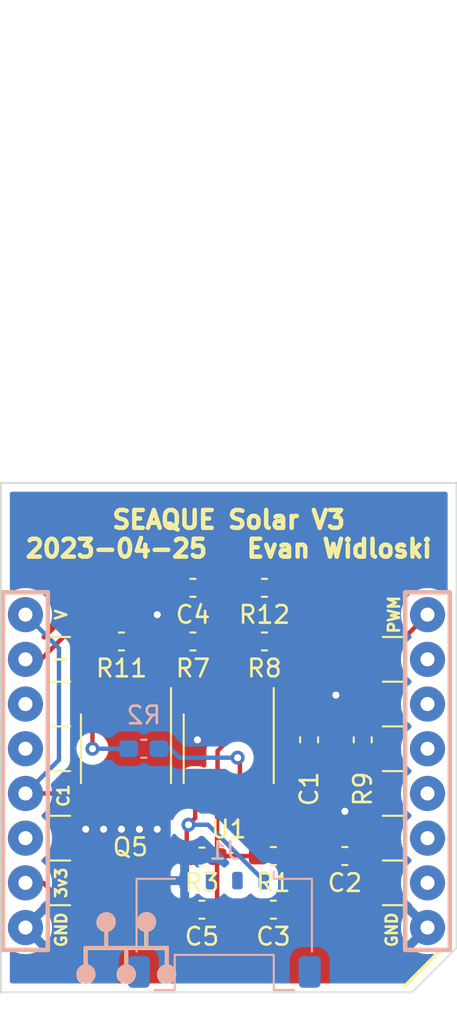
<source format=kicad_pcb>
(kicad_pcb (version 20211014) (generator pcbnew)
  (layers (0 "F.Cu" signal) (31 "B.Cu" signal) (34 "B.Paste" user) (35 "F.Paste" user) (36 "B.SilkS" user "B.Silkscreen") (37 "F.SilkS" user "F.Silkscreen") (38 "B.Mask" user) (39 "F.Mask" user) (44 "Edge.Cuts" user))
  (net 0 "")
  (net 1 "/PWM")
  (net 2 "Net-(C3-Pad2)")
  (net 3 "/CELL1")
  (net 4 "/I_SENSE")
  (net 7 "Net-(Q5-Pad1)")
  (net 8 "Net-(Q5-Pad4)")
  (net 9 "Net-(R12-Pad1)")
  (net 10 "GND")
  (net 11 "Net-(C1-Pad1)")
  (net 12 "+3V3")
  (net 13 "Net-(R7-Pad2)")
  (net 14 "/T3")
  (net 15 "/T2")
  (net 16 "/T1")
  (net 17 "unconnected-(A1-Pad12)")
  (footprint "Capacitor_SMD:C_0603_1608Metric_Pad1.08x0.95mm_HandSolder" (layer "F.Cu") (at 133.096 72.644 180)
    (fp_text reference "R11" (at 0 -1.524) (layer "F.SilkS"))
    (fp_text value "1")
    (fp_line (start -0.146267 0.51) (end 0.146267 0.51) (layer "F.SilkS") (width 0.12))
    (fp_line (start -0.146267 -0.51) (end 0.146267 -0.51) (layer "F.SilkS") (width 0.12))
    (pad "1" smd roundrect (at -0.8625 0 180) (size 1.075 0.95) (layers "F.Cu" "F.Paste" "F.Mask") (net 10 "GND"))
    (pad "2" smd roundrect (at 0.8625 0 180) (size 1.075 0.95) (layers "F.Cu" "F.Paste" "F.Mask") (net 7 "Net-(Q5-Pad1)"))
  )
  (footprint "Package_SO:SOIC-8_3.9x4.9mm_P1.27mm" (layer "F.Cu") (at 133.35 78.74 -90)
    (fp_text reference "Q5" (at 5.588 -0.254 180) (layer "F.SilkS"))
    (fp_text value "IRF7401")
    (fp_line (start 0 2.56) (end 1.95 2.56) (layer "F.SilkS") (width 0.12))
    (fp_line (start 0 2.56) (end -1.95 2.56) (layer "F.SilkS") (width 0.12))
    (fp_line (start 0 -2.56) (end -3.45 -2.56) (layer "F.SilkS") (width 0.12))
    (fp_line (start 0 -2.56) (end 1.95 -2.56) (layer "F.SilkS") (width 0.12))
    (pad "1" smd roundrect (at -2.475 -1.905 270) (size 1.95 0.6) (layers "F.Cu" "F.Paste" "F.Mask") (net 7 "Net-(Q5-Pad1)"))
    (pad "2" smd roundrect (at -2.475 -0.635 270) (size 1.95 0.6) (layers "F.Cu" "F.Paste" "F.Mask") (net 7 "Net-(Q5-Pad1)"))
    (pad "3" smd roundrect (at -2.475 0.635 270) (size 1.95 0.6) (layers "F.Cu" "F.Paste" "F.Mask") (net 7 "Net-(Q5-Pad1)"))
    (pad "4" smd roundrect (at -2.475 1.905 270) (size 1.95 0.6) (layers "F.Cu" "F.Paste" "F.Mask") (net 8 "Net-(Q5-Pad4)"))
    (pad "5" smd roundrect (at 2.475 1.905 270) (size 1.95 0.6) (layers "F.Cu" "F.Paste" "F.Mask") (net 3 "/CELL1"))
    (pad "6" smd roundrect (at 2.475 0.635 270) (size 1.95 0.6) (layers "F.Cu" "F.Paste" "F.Mask") (net 3 "/CELL1"))
    (pad "7" smd roundrect (at 2.475 -0.635 270) (size 1.95 0.6) (layers "F.Cu" "F.Paste" "F.Mask") (net 3 "/CELL1"))
    (pad "8" smd roundrect (at 2.475 -1.905 270) (size 1.95 0.6) (layers "F.Cu" "F.Paste" "F.Mask") (net 3 "/CELL1"))
  )
  (footprint "Capacitor_SMD:C_0603_1608Metric_Pad1.08x0.95mm_HandSolder" (layer "F.Cu") (at 137.668 87.886)
    (fp_text reference "C5" (at 0 1.522) (layer "F.SilkS"))
    (fp_text value "10uF")
    (fp_line (start -0.146267 -0.51) (end 0.146267 -0.51) (layer "F.SilkS") (width 0.12))
    (fp_line (start -0.146267 0.51) (end 0.146267 0.51) (layer "F.SilkS") (width 0.12))
    (pad "1" smd roundrect (at -0.8625 0) (size 1.075 0.95) (layers "F.Cu" "F.Paste" "F.Mask") (net 3 "/CELL1"))
    (pad "2" smd roundrect (at 0.8625 0) (size 1.075 0.95) (layers "F.Cu" "F.Paste" "F.Mask") (net 11 "Net-(C1-Pad1)"))
  )
  (footprint "Capacitor_SMD:C_0603_1608Metric_Pad1.08x0.95mm_HandSolder" (layer "F.Cu") (at 143.764 78.232 90)
    (fp_text reference "C1" (at -2.794 0 90) (layer "F.SilkS"))
    (fp_text value "10uF")
    (fp_line (start -0.146267 0.51) (end 0.146267 0.51) (layer "F.SilkS") (width 0.12))
    (fp_line (start -0.146267 -0.51) (end 0.146267 -0.51) (layer "F.SilkS") (width 0.12))
    (pad "1" smd roundrect (at -0.8625 0 90) (size 1.075 0.95) (layers "F.Cu" "F.Paste" "F.Mask") (net 11 "Net-(C1-Pad1)"))
    (pad "2" smd roundrect (at 0.8625 0 90) (size 1.075 0.95) (layers "F.Cu" "F.Paste" "F.Mask") (net 10 "GND"))
  )
  (footprint "Capacitor_SMD:C_0603_1608Metric_Pad1.08x0.95mm_HandSolder" (layer "F.Cu") (at 141.224 69.596 180)
    (fp_text reference "R12" (at 0 -1.524) (layer "F.SilkS"))
    (fp_text value "1k")
    (fp_line (start -0.146267 0.51) (end 0.146267 0.51) (layer "F.SilkS") (width 0.12))
    (fp_line (start -0.146267 -0.51) (end 0.146267 -0.51) (layer "F.SilkS") (width 0.12))
    (pad "1" smd roundrect (at -0.8625 0 180) (size 1.075 0.95) (layers "F.Cu" "F.Paste" "F.Mask") (net 9 "Net-(R12-Pad1)"))
    (pad "2" smd roundrect (at 0.8625 0 180) (size 1.075 0.95) (layers "F.Cu" "F.Paste" "F.Mask") (net 4 "/I_SENSE"))
  )
  (footprint "Capacitor_SMD:C_0603_1608Metric_Pad1.08x0.95mm_HandSolder" (layer "F.Cu") (at 141.224 72.644)
    (fp_text reference "R8" (at 0 1.524) (layer "F.SilkS"))
    (fp_text value "8.2k")
    (fp_line (start -0.146267 0.51) (end 0.146267 0.51) (layer "F.SilkS") (width 0.12))
    (fp_line (start -0.146267 -0.51) (end 0.146267 -0.51) (layer "F.SilkS") (width 0.12))
    (pad "1" smd roundrect (at -0.8625 0) (size 1.075 0.95) (layers "F.Cu" "F.Paste" "F.Mask") (net 13 "Net-(R7-Pad2)"))
    (pad "2" smd roundrect (at 0.8625 0) (size 1.075 0.95) (layers "F.Cu" "F.Paste" "F.Mask") (net 9 "Net-(R12-Pad1)"))
  )
  (footprint "Capacitor_SMD:C_0603_1608Metric_Pad1.08x0.95mm_HandSolder" (layer "F.Cu") (at 137.16 69.596 180)
    (fp_text reference "C4" (at 0 -1.524) (layer "F.SilkS"))
    (fp_text value "1uF")
    (fp_line (start -0.146267 -0.51) (end 0.146267 -0.51) (layer "F.SilkS") (width 0.12))
    (fp_line (start -0.146267 0.51) (end 0.146267 0.51) (layer "F.SilkS") (width 0.12))
    (pad "1" smd roundrect (at -0.8625 0 180) (size 1.075 0.95) (layers "F.Cu" "F.Paste" "F.Mask") (net 4 "/I_SENSE"))
    (pad "2" smd roundrect (at 0.8625 0 180) (size 1.075 0.95) (layers "F.Cu" "F.Paste" "F.Mask") (net 10 "GND"))
  )
  (footprint "Capacitor_SMD:C_0603_1608Metric_Pad1.08x0.95mm_HandSolder" (layer "F.Cu") (at 141.732 84.836 180)
    (fp_text reference "R1" (at 0 -1.524) (layer "F.SilkS"))
    (fp_text value "1k")
    (fp_line (start -0.146267 -0.51) (end 0.146267 -0.51) (layer "F.SilkS") (width 0.12))
    (fp_line (start -0.146267 0.51) (end 0.146267 0.51) (layer "F.SilkS") (width 0.12))
    (pad "1" smd roundrect (at -0.8625 0 180) (size 1.075 0.95) (layers "F.Cu" "F.Paste" "F.Mask") (net 2 "Net-(C3-Pad2)"))
    (pad "2" smd roundrect (at 0.8625 0 180) (size 1.075 0.95) (layers "F.Cu" "F.Paste" "F.Mask") (net 11 "Net-(C1-Pad1)"))
  )
  (footprint "Capacitor_SMD:C_0603_1608Metric_Pad1.08x0.95mm_HandSolder" (layer "F.Cu") (at 137.668 84.866)
    (fp_text reference "R3" (at 0 1.494) (layer "F.SilkS"))
    (fp_text value "1k")
    (fp_line (start -0.146267 -0.51) (end 0.146267 -0.51) (layer "F.SilkS") (width 0.12))
    (fp_line (start -0.146267 0.51) (end 0.146267 0.51) (layer "F.SilkS") (width 0.12))
    (pad "1" smd roundrect (at -0.8625 0) (size 1.075 0.95) (layers "F.Cu" "F.Paste" "F.Mask") (net 3 "/CELL1"))
    (pad "2" smd roundrect (at 0.8625 0) (size 1.075 0.95) (layers "F.Cu" "F.Paste" "F.Mask") (net 11 "Net-(C1-Pad1)"))
  )
  (footprint "Capacitor_SMD:C_0603_1608Metric_Pad1.08x0.95mm_HandSolder" (layer "F.Cu") (at 141.732 87.884)
    (fp_text reference "C3" (at 0 1.524) (layer "F.SilkS"))
    (fp_text value "220pF")
    (fp_line (start -0.146267 0.51) (end 0.146267 0.51) (layer "F.SilkS") (width 0.12))
    (fp_line (start -0.146267 -0.51) (end 0.146267 -0.51) (layer "F.SilkS") (width 0.12))
    (pad "1" smd roundrect (at -0.8625 0) (size 1.075 0.95) (layers "F.Cu" "F.Paste" "F.Mask") (net 11 "Net-(C1-Pad1)"))
    (pad "2" smd roundrect (at 0.8625 0) (size 1.075 0.95) (layers "F.Cu" "F.Paste" "F.Mask") (net 2 "Net-(C3-Pad2)"))
  )
  (footprint "Capacitor_SMD:C_0603_1608Metric_Pad1.08x0.95mm_HandSolder" (layer "F.Cu") (at 145.796 84.836)
    (fp_text reference "C2" (at 0 1.524) (layer "F.SilkS"))
    (fp_text value "1uF")
    (fp_line (start -0.146267 -0.51) (end 0.146267 -0.51) (layer "F.SilkS") (width 0.12))
    (fp_line (start -0.146267 0.51) (end 0.146267 0.51) (layer "F.SilkS") (width 0.12))
    (pad "1" smd roundrect (at -0.8625 0) (size 1.075 0.95) (layers "F.Cu" "F.Paste" "F.Mask") (net 12 "+3V3"))
    (pad "2" smd roundrect (at 0.8625 0) (size 1.075 0.95) (layers "F.Cu" "F.Paste" "F.Mask") (net 10 "GND"))
  )
  (footprint "Package_SO:SOIC-8_3.9x4.9mm_P1.27mm" (layer "F.Cu") (at 139.192 78.74 -90)
    (fp_text reference "U1" (at 4.572 0 180) (layer "F.SilkS"))
    (fp_text value "TLV2372")
    (fp_line (start 0 -2.56) (end -3.45 -2.56) (layer "F.SilkS") (width 0.12))
    (fp_line (start 0 2.56) (end -1.95 2.56) (layer "F.SilkS") (width 0.12))
    (fp_line (start 0 2.56) (end 1.95 2.56) (layer "F.SilkS") (width 0.12))
    (fp_line (start 0 -2.56) (end 1.95 -2.56) (layer "F.SilkS") (width 0.12))
    (pad "1" smd roundrect (at -2.475 -1.905 270) (size 1.95 0.6) (layers "F.Cu" "F.Paste" "F.Mask") (net 9 "Net-(R12-Pad1)"))
    (pad "2" smd roundrect (at -2.475 -0.635 270) (size 1.95 0.6) (layers "F.Cu" "F.Paste" "F.Mask") (net 13 "Net-(R7-Pad2)"))
    (pad "3" smd roundrect (at -2.475 0.635 270) (size 1.95 0.6) (layers "F.Cu" "F.Paste" "F.Mask") (net 7 "Net-(Q5-Pad1)"))
    (pad "4" smd roundrect (at -2.475 1.905 270) (size 1.95 0.6) (layers "F.Cu" "F.Paste" "F.Mask") (net 10 "GND"))
    (pad "5" smd roundrect (at 2.475 1.905 270) (size 1.95 0.6) (layers "F.Cu" "F.Paste" "F.Mask") (net 3 "/CELL1"))
    (pad "6" smd roundrect (at 2.475 0.635 270) (size 1.95 0.6) (layers "F.Cu" "F.Paste" "F.Mask") (net 11 "Net-(C1-Pad1)"))
    (pad "7" smd roundrect (at 2.475 -0.635 270) (size 1.95 0.6) (layers "F.Cu" "F.Paste" "F.Mask") (net 2 "Net-(C3-Pad2)"))
    (pad "8" smd roundrect (at 2.475 -1.905 270) (size 1.95 0.6) (layers "F.Cu" "F.Paste" "F.Mask") (net 12 "+3V3"))
  )
  (footprint "Capacitor_SMD:C_0603_1608Metric_Pad1.08x0.95mm_HandSolder" (layer "F.Cu") (at 146.812 78.232 -90)
    (fp_text reference "R9" (at 2.794 0 90) (layer "F.SilkS"))
    (fp_text value "47k")
    (fp_line (start -0.146267 -0.51) (end 0.146267 -0.51) (layer "F.SilkS") (width 0.12))
    (fp_line (start -0.146267 0.51) (end 0.146267 0.51) (layer "F.SilkS") (width 0.12))
    (pad "1" smd roundrect (at -0.8625 0 270) (size 1.075 0.95) (layers "F.Cu" "F.Paste" "F.Mask") (net 1 "/PWM"))
    (pad "2" smd roundrect (at 0.8625 0 270) (size 1.075 0.95) (layers "F.Cu" "F.Paste" "F.Mask") (net 11 "Net-(C1-Pad1)"))
  )
  (footprint "libmikro:mikroBUS_Plug" (layer "F.Cu") (at 139.065 80.01)
    (fp_text reference "A1" hide)
    (fp_text value "mikroBUS_Plug")
    (fp_text user "PWM" (at 9.525 -8.89 270) (layer "F.SilkS") (effects (font (size 0.635 0.635))))
    (fp_text user "GND" (at -9.398 9.017 270) (layer "F.SilkS") (effects (font (size 0.635 0.635))))
    (fp_text user "V" (at -9.398 -8.89 90) (layer "F.SilkS") (effects (font (size 0.635 0.635))))
    (fp_text user "GND" (at 9.398 9.017 270) (layer "F.SilkS") (effects (font (size 0.635 0.635))))
    (fp_text user "3v3" (at -9.398 6.35 90) (layer "F.SilkS") (effects (font (size 0.635 0.635))))
    (fp_text user "I" (at -9.398 -6.35 90) (layer "F.SilkS") (effects (font (size 0.635 0.635))))
    (fp_line (start 12.7 -10.16) (end 10.16 -10.16) (layer "B.SilkS") (width 0.254))
    (fp_line (start 10.16 10.16) (end 12.7 10.16) (layer "B.SilkS") (width 0.254))
    (fp_line (start 10.16 -10.16) (end 10.16 10.16) (layer "B.SilkS") (width 0.254))
    (fp_line (start -12.7 -10.16) (end -10.16 -10.16) (layer "B.SilkS") (width 0.254))
    (fp_line (start -10.16 -10.16) (end -10.16 10.16) (layer "B.SilkS") (width 0.254))
    (fp_line (start -12.7 10.16) (end -12.7 -10.16) (layer "B.SilkS") (width 0.254))
    (fp_line (start -10.16 10.16) (end -12.7 10.16) (layer "B.SilkS") (width 0.254))
    (fp_line (start 12.7 10.16) (end 12.7 -10.16) (layer "B.SilkS") (width 0.254))
    (fp_poly (pts (xy -4.746096 8.04879) (xy -4.875904 8.121761) (xy -4.983979 8.229632) (xy -5.043104 8.327243) (xy -5.073567 8.431721) (xy -5.083557 8.558863) (xy -5.072838 8.68604) (xy -5.047758 8.776107) (xy -4.983406 8.883265) (xy -4.891039 8.979147) (xy -4.786573 9.048753) (xy -4.737919 9.068097) (xy -4.638459 9.097896) (xy -4.638459 9.933403) (xy -6.722053 9.933403) (xy -6.722053 9.100009) (xy -6.635228 9.068613) (xy -6.496399 8.993989) (xy -6.391424 8.885036) (xy -6.323254 8.746231) (xy -6.294838 8.582054) (xy -6.294172 8.550894) (xy -6.316231 8.388634) (xy -6.382299 8.249244) (xy -6.492212 8.133009) (xy -6.557025 8.08766) (xy -6.639555 8.043091) (xy -6.716376 8.020899) (xy -6.81298 8.014226) (xy -6.83036 8.01414) (xy -6.989582 8.035659) (xy -7.126708 8.095429) (xy -7.238362 8.186264) (xy -7.321168 8.300982) (xy -7.371752 8.432399) (xy -7.386736 8.573331) (xy -7.362745 8.716596) (xy -7.296403 8.855009) (xy -7.252684 8.912806) (xy -7.178115 8.982161) (xy -7.089542 9.040976) (xy -7.057273 9.056472) (xy -6.945481 9.102446) (xy -6.945388 9.517924) (xy -6.945295 9.933403) (xy -8.086311 9.933403) (xy -8.086311 10.993803) (xy -8.154523 11.007472) (xy -8.25322 11.047215) (xy -8.352835 11.120258) (xy -8.437541 11.213203) (xy -8.479154 11.282223) (xy -8.528243 11.438051) (xy -8.53253 11.590659) (xy -8.496324 11.733176) (xy -8.423937 11.858731) (xy -8.319679 11.960453) (xy -8.187861 12.03147) (xy -8.032793 12.064911) (xy -7.987092 12.066606) (xy -7.824497 12.044908) (xy -7.685447 11.98422) (xy -7.573951 11.891153) (xy -7.494017 11.772319) (xy -7.449653 11.634329) (xy -7.444868 11.483792) (xy -7.483671 11.327321) (xy -7.507042 11.27487) (xy -7.56723 11.183463) (xy -7.647333 11.100742) (xy -7.734609 11.03713) (xy -7.816315 11.003046) (xy -7.84312 11.000004) (xy -7.859268 10.996712) (xy -7.871 10.982321) (xy -7.879014 10.950058) (xy -7.884008 10.893151) (xy -7.886681 10.804829) (xy -7.88773 10.678317) (xy -7.887873 10.565922) (xy -7.887873 10.13184) (xy -5.779475 10.13184) (xy -5.779475 10.994483) (xy -5.869128 11.011302) (xy -5.960948 11.049219) (xy -6.05497 11.122014) (xy -6.139135 11.217049) (xy -6.201386 11.321689) (xy -6.222712 11.381857) (xy -6.239312 11.540777) (xy -6.212268 11.694877) (xy -6.14574 11.834449) (xy -6.043884 11.949783) (xy -5.953107 12.01126) (xy -5.882246 12.043807) (xy -5.814066 12.060235) (xy -5.728478 12.064051) (xy -5.663216 12.061881) (xy -5.558796 12.053571) (xy -5.484145 12.036761) (xy -5.419496 12.00566) (xy -5.378172 11.978355) (xy -5.258717 11.867074) (xy -5.180317 11.735127) (xy -5.143665 11.59069) (xy -5.149453 11.441937) (xy -5.198373 11.297046) (xy -5.291117 11.164191) (xy -5.307774 11.146882) (xy -5.385144 11.07927) (xy -5.45976 11.030446) (xy -5.502584 11.013294) (xy -5.581037 10.996063) (xy -5.581037 10.13184) (xy -3.497443 10.13184) (xy -3.497443 10.992152) (xy -3.593566 11.020951) (xy -3.705053 11.078113) (xy -3.803988 11.172661) (xy -3.882094 11.292557) (xy -3.931096 11.425762) (xy -3.943789 11.530427) (xy -3.920736 11.678168) (xy -3.856325 11.818087) (xy -3.758538 11.937175) (xy -3.64486 12.017716) (xy -3.521154 12.057596) (xy -3.377686 12.068115) (xy -3.23443 12.049613) (xy -3.123073 12.008891) (xy -2.996614 11.916996) (xy -2.910275 11.795965) (xy -2.863984 11.645679) (xy -2.856907 11.581326) (xy -2.865673 11.406788) (xy -2.91434 11.257618) (xy -3.000916 11.137204) (xy -3.12341 11.048935) (xy -3.185743 11.022025) (xy -3.274201 10.990038) (xy -3.274201 9.933403) (xy -4.440022 9.933403) (xy -4.440022 9.093985) (xy -4.36282 9.077029) (xy -4.299541 9.050436) (xy -4.224222 9.00154) (xy -4.18531 8.969638) (xy -4.077229 8.842219) (xy -4.013202 8.699708) (xy -3.993225 8.549819) (xy -4.017297 8.40027) (xy -4.085414 8.258774) (xy -4.185575 8.143608) (xy -4.314293 8.058128) (xy -4.456488 8.015088) (xy -4.603356 8.012604) (xy -4.746096 8.04879)) (layer "B.SilkS") (width 0.01) (fill solid))
    (fp_line (start -10.16 10.16) (end -10.16 -10.16) (layer "F.SilkS") (width 0.254))
    (fp_line (start 8.89 -2.54) (end 10.16 -2.54) (layer "F.SilkS") (width 0.12))
    (fp_line (start -10.16 0) (end -8.89 0) (layer "F.SilkS") (width 0.12))
    (fp_line (start 8.89 5.08) (end 10.16 5.08) (layer "F.SilkS") (width 0.12))
    (fp_line (start 12.7 10.16) (end 12.7 -10.16) (layer "F.SilkS") (width 0.254))
    (fp_line (start -10.16 -10.16) (end -12.7 -10.16) (layer "F.SilkS") (width 0.254))
    (fp_line (start -10.16 5.08) (end -8.89 5.08) (layer "F.SilkS") (width 0.12))
    (fp_line (start -10.16 -7.62) (end -8.89 -7.62) (layer "F.SilkS") (width 0.12))
    (fp_line (start 8.89 -7.62) (end 10.16 -7.62) (layer "F.SilkS") (width 0.12))
    (fp_line (start -12.7 10.16) (end -10.16 10.16) (layer "F.SilkS") (width 0.254))
    (fp_line (start 10.16 12.192) (end 12.192 10.16) (layer "F.SilkS") (width 0.2032))
    (fp_line (start 12.7 -10.16) (end 10.16 -10.16) (layer "F.SilkS") (width 0.254))
    (fp_line (start -10.16 7.62) (end -8.89 7.62) (layer "F.SilkS") (width 0.12))
    (fp_line (start 8.89 -5.08) (end 10.16 -5.08) (layer "F.SilkS") (width 0.12))
    (fp_line (start 10.16 10.16) (end 12.7 10.16) (layer "F.SilkS") (width 0.254))
    (fp_line (start -10.16 2.54) (end -8.89 2.54) (layer "F.SilkS") (width 0.12))
    (fp_line (start -10.16 -2.54) (end -8.89 -2.54) (layer "F.SilkS") (width 0.12))
    (fp_line (start 10.16 -10.16) (end 10.16 10.16) (layer "F.SilkS") (width 0.254))
    (fp_line (start -12.7 -10.16) (end -12.7 10.16) (layer "F.SilkS") (width 0.254))
    (fp_line (start 8.89 7.62) (end 10.16 7.62) (layer "F.SilkS") (width 0.12))
    (fp_line (start -10.16 -5.08) (end -8.89 -5.08) (layer "F.SilkS") (width 0.12))
    (fp_line (start 8.89 0) (end 10.16 0) (layer "F.SilkS") (width 0.12))
    (fp_line (start 8.89 2.54) (end 10.16 2.54) (layer "F.SilkS") (width 0.12))
    (fp_poly (pts (xy -6.644199 8.07695) (xy -6.514391 8.149921) (xy -6.406316 8.257792) (xy -6.347191 8.355403) (xy -6.316728 8.459881) (xy -6.306738 8.587023) (xy -6.317457 8.7142) (xy -6.342537 8.804267) (xy -6.406889 8.911425) (xy -6.499256 9.007307) (xy -6.603722 9.076913) (xy -6.652376 9.096257) (xy -6.751836 9.126056) (xy -6.751836 9.961563) (xy -4.668242 9.961563) (xy -4.668242 9.128169) (xy -4.755067 9.096773) (xy -4.893896 9.022149) (xy -4.998871 8.913196) (xy -5.067041 8.774391) (xy -5.095457 8.610214) (xy -5.096123 8.579054) (xy -5.074064 8.416794) (xy -5.007996 8.277404) (xy -4.898083 8.161169) (xy -4.83327 8.11582) (xy -4.75074 8.071251) (xy -4.673919 8.049059) (xy -4.577315 8.042386) (xy -4.559935 8.0423) (xy -4.400713 8.063819) (xy -4.263587 8.123589) (xy -4.151933 8.214424) (xy -4.069127 8.329142) (xy -4.018543 8.460559) (xy -4.003559 8.601491) (xy -4.02755 8.744756) (xy -4.093892 8.883169) (xy -4.137611 8.940966) (xy -4.21218 9.010321) (xy -4.300753 9.069136) (xy -4.333022 9.084632) (xy -4.444814 9.130606) (xy -4.444907 9.546084) (xy -4.445 9.961563) (xy -3.303984 9.961563) (xy -3.303984 11.021963) (xy -3.235772 11.035632) (xy -3.137075 11.075375) (xy -3.03746 11.148418) (xy -2.952754 11.241363) (xy -2.911141 11.310383) (xy -2.862052 11.466211) (xy -2.857765 11.618819) (xy -2.893971 11.761336) (xy -2.966358 11.886891) (xy -3.070616 11.988613) (xy -3.202434 12.05963) (xy -3.357502 12.093071) (xy -3.403203 12.094766) (xy -3.565798 12.073068) (xy -3.704848 12.01238) (xy -3.816344 11.919313) (xy -3.896278 11.800479) (xy -3.940642 11.662489) (xy -3.945427 11.511952) (xy -3.906624 11.355481) (xy -3.883253 11.30303) (xy -3.823065 11.211623) (xy -3.742962 11.128902) (xy -3.655686 11.06529) (xy -3.57398 11.031206) (xy -3.547175 11.028164) (xy -3.531027 11.024872) (xy -3.519295 11.010481) (xy -3.511281 10.978218) (xy -3.506287 10.921311) (xy -3.503614 10.832989) (xy -3.502565 10.706477) (xy -3.502422 10.594082) (xy -3.502422 10.16) (xy -5.61082 10.16) (xy -5.61082 11.022643) (xy -5.521167 11.039462) (xy -5.429347 11.077379) (xy -5.335325 11.150174) (xy -5.25116 11.245209) (xy -5.188909 11.349849) (xy -5.167583 11.410017) (xy -5.150983 11.568937) (xy -5.178027 11.723037) (xy -5.244555 11.862609) (xy -5.346411 11.977943) (xy -5.437188 12.03942) (xy -5.508049 12.071967) (xy -5.576229 12.088395) (xy -5.661817 12.092211) (xy -5.727079 12.090041) (xy -5.831499 12.081731) (xy -5.90615 12.064921) (xy -5.970799 12.03382) (xy -6.012123 12.006515) (xy -6.131578 11.895234) (xy -6.209978 11.763287) (xy -6.24663 11.61885) (xy -6.240842 11.470097) (xy -6.191922 11.325206) (xy -6.099178 11.192351) (xy -6.082521 11.175042) (xy -6.005151 11.10743) (xy -5.930535 11.058606) (xy -5.887711 11.041454) (xy -5.809258 11.024223) (xy -5.809258 10.16) (xy -7.892852 10.16) (xy -7.892852 11.020312) (xy -7.796729 11.049111) (xy -7.685242 11.106273) (xy -7.586307 11.200821) (xy -7.508201 11.320717) (xy -7.459199 11.453922) (xy -7.446506 11.558587) (xy -7.469559 11.706328) (xy -7.53397 11.846247) (xy -7.631757 11.965335) (xy -7.745435 12.045876) (xy -7.869141 12.085756) (xy -8.012609 12.096275) (xy -8.155865 12.077773) (xy -8.267222 12.037051) (xy -8.393681 11.945156) (xy -8.48002 11.824125) (xy -8.526311 11.673839) (xy -8.533388 11.609486) (xy -8.524622 11.434948) (xy -8.475955 11.285778) (xy -8.389379 11.165364) (xy -8.266885 11.077095) (xy -8.204552 11.050185) (xy -8.116094 11.018198) (xy -8.116094 9.961563) (xy -6.950273 9.961563) (xy -6.950273 9.122145) (xy -7.027475 9.105189) (xy -7.090754 9.078596) (xy -7.166073 9.0297) (xy -7.204985 8.997798) (xy -7.313066 8.870379) (xy -7.377093 8.727868) (xy -7.39707 8.577979) (xy -7.372998 8.42843) (xy -7.304881 8.286934) (xy -7.20472 8.171768) (xy -7.076002 8.086288) (xy -6.933807 8.043248) (xy -6.786939 8.040764) (xy -6.644199 8.07695)) (layer "F.SilkS") (width 0.01) (fill solid))
    (pad "1" thru_hole circle (at -11.43 -8.89 270) (size 2 2) (drill 0.8) (layers *.Cu *.Mask) (net 3 "/CELL1"))
    (pad "2" thru_hole circle (at -11.43 -6.35 270) (size 2 2) (drill 0.8) (layers *.Cu *.Mask) (net 4 "/I_SENSE"))
    (pad "3" thru_hole circle (at -11.43 -3.81 270) (size 2 2) (drill 0.8) (layers *.Cu *.Mask))
    (pad "4" thru_hole circle (at -11.43 -1.27 270) (size 2 2) (drill 0.8) (layers *.Cu *.Mask))
    (pad "5" thru_hole circle (at -11.43 1.27 270) (size 2 2) (drill 0.8) (layers *.Cu *.Mask) (net 3 "/CELL1"))
    (pad "6" thru_hole circle (at -11.43 3.81 270) (size 2 2) (drill 0.8) (layers *.Cu *.Mask))
    (pad "7" thru_hole circle (at -11.43 6.35 270) (size 2 2) (drill 0.8) (layers *.Cu *.Mask) (net 12 "+3V3"))
    (pad "8" thru_hole circle (at -11.43 8.89 270) (size 2 2) (drill 0.8) (layers *.Cu *.Mask) (net 10 "GND"))
    (pad "9" thru_hole circle (at 11.43 8.89 270) (size 2 2) (drill 0.8) (layers *.Cu *.Mask) (net 10 "GND"))
    (pad "10" thru_hole circle (at 11.43 6.35 270) (size 2 2) (drill 0.8) (layers *.Cu *.Mask))
    (pad "11" thru_hole circle (at 11.43 3.81 270) (size 2 2) (drill 0.8) (layers *.Cu *.Mask))
    (pad "12" thru_hole circle (at 11.43 1.27 270) (size 2 2) (drill 0.8) (layers *.Cu *.Mask) (net 17 "unconnected-(A1-Pad12)"))
    (pad "13" thru_hole circle (at 11.43 -1.27 270) (size 2 2) (drill 0.8) (layers *.Cu *.Mask) (net 16 "/T1"))
    (pad "14" thru_hole circle (at 11.43 -3.81 270) (size 2 2) (drill 0.8) (layers *.Cu *.Mask) (net 15 "/T2"))
    (pad "15" thru_hole circle (at 11.43 -6.35 270) (size 2 2) (drill 0.8) (layers *.Cu *.Mask) (net 14 "/T3"))
    (pad "16" thru_hole circle (at 11.43 -8.89 270) (size 2 2) (drill 0.8) (layers *.Cu *.Mask) (net 1 "/PWM"))
  )
  (footprint "Capacitor_SMD:C_0603_1608Metric_Pad1.08x0.95mm_HandSolder" (layer "F.Cu") (at 137.16 72.644)
    (fp_text reference "R7" (at 0 1.524) (layer "F.SilkS"))
    (fp_text value "1k")
    (fp_line (start -0.146267 0.51) (end 0.146267 0.51) (layer "F.SilkS") (width 0.12))
    (fp_line (start -0.146267 -0.51) (end 0.146267 -0.51) (layer "F.SilkS") (width 0.12))
    (pad "1" smd roundrect (at -0.8625 0) (size 1.075 0.95) (layers "F.Cu" "F.Paste" "F.Mask") (net 10 "GND"))
    (pad "2" smd roundrect (at 0.8625 0) (size 1.075 0.95) (layers "F.Cu" "F.Paste" "F.Mask") (net 13 "Net-(R7-Pad2)"))
  )
  (footprint "Connector_Molex:Molex_Pico-Lock_504050-0491_1x04-1MP_P1.50mm_Horizontal" (layer "B.Cu") (at 138.938 89.027 180)
    (fp_text reference "J1" (at 0 4.5) (layer "B.SilkS") (effects (justify mirror)))
    (fp_text value "Conn_01x04")
    (fp_line (start -2.815 -1.425) (end 2.815 -1.425) (layer "B.SilkS") (width 0.12))
    (fp_line (start -3.97 -3.425) (end -2.815 -3.425) (layer "B.SilkS") (width 0.12))
    (fp_line (start -2.81 2.895) (end -2.81 3.295) (layer "B.SilkS") (width 0.12))
    (fp_line (start -4.985 2.895) (end -2.81 2.895) (layer "B.SilkS") (width 0.12))
    (fp_line (start -4.985 -1.235) (end -4.985 2.895) (layer "B.SilkS") (width 0.12))
    (fp_line (start 2.815 -3.425) (end 3.97 -3.425) (layer "B.SilkS") (width 0.12))
    (fp_line (start 2.815 -1.425) (end 2.815 -3.425) (layer "B.SilkS") (width 0.12))
    (fp_line (start 4.985 -1.235) (end 4.985 2.895) (layer "B.SilkS") (width 0.12))
    (fp_line (start 4.985 2.895) (end 2.81 2.895) (layer "B.SilkS") (width 0.12))
    (fp_line (start -2.815 -3.425) (end -2.815 -1.425) (layer "B.SilkS") (width 0.12))
    (pad "1" smd roundrect (at -2.25 2.795 180) (size 0.6 1) (layers "B.Cu" "B.Paste" "B.Mask") (net 3 "/CELL1"))
    (pad "2" smd roundrect (at -0.75 2.795 180) (size 0.6 1) (layers "B.Cu" "B.Paste" "B.Mask"))
    (pad "3" smd roundrect (at 0.75 2.795 180) (size 0.6 1) (layers "B.Cu" "B.Paste" "B.Mask"))
    (pad "4" smd roundrect (at 2.25 2.795 180) (size 0.6 1) (layers "B.Cu" "B.Paste" "B.Mask") (net 10 "GND"))
    (pad "MP" smd roundrect (at -4.855 -2.395 180) (size 1.25 1.8) (layers "B.Cu" "B.Paste" "B.Mask") (roundrect_rratio 0.2))
    (pad "MP" smd roundrect (at 4.855 -2.395 180) (size 1.25 1.8) (layers "B.Cu" "B.Paste" "B.Mask") (roundrect_rratio 0.2))
  )
  (footprint "Capacitor_SMD:C_0603_1608Metric_Pad1.08x0.95mm_HandSolder" (layer "B.Cu") (at 134.366 78.74)
    (fp_text reference "R2" (at 0 -1.905 180) (layer "B.SilkS") (effects (justify mirror)))
    (fp_text value "0")
    (fp_line (start -0.146267 0.51) (end 0.146267 0.51) (layer "B.SilkS") (width 0.12))
    (fp_line (start -0.146267 -0.51) (end 0.146267 -0.51) (layer "B.SilkS") (width 0.12))
    (pad "1" smd roundrect (at -0.8625 0) (size 1.075 0.95) (layers "B.Cu" "B.Paste" "B.Mask") (net 8 "Net-(Q5-Pad4)"))
    (pad "2" smd roundrect (at 0.8625 0) (size 1.075 0.95) (layers "B.Cu" "B.Paste" "B.Mask") (net 2 "Net-(C3-Pad2)"))
  )
  (gr_line (start 126.238 63.627) (end 126.238 92.583) (layer "Edge.Cuts") (width 0.1))
  (gr_line (start 152.146 90.043) (end 152.146 63.627) (layer "Edge.Cuts") (width 0.1))
  (gr_line (start 152.146 63.627) (end 126.238 63.627) (layer "Edge.Cuts") (width 0.1))
  (gr_line (start 126.238 92.583) (end 149.606 92.583) (layer "Edge.Cuts") (width 0.1))
  (gr_line (start 149.606 92.583) (end 152.146 90.043) (layer "Edge.Cuts") (width 0.1))
  (gr_text "C1" (at 129.794 81.407 90) (layer "F.SilkS") (effects (font (size 0.635 0.635))))
  (gr_text "SEAQUE Solar V3\n2023-04-25   Evan Widloski" (at 139.192 66.548) (layer "F.SilkS") (effects (font (size 1.016 1.016) (thickness 0.254))))
  (segment (start 146.812 77.3695) (end 146.812 74.803) (width 0.25) (layer "F.Cu") (net 1))
  (segment (start 146.812 74.803) (end 150.495 71.12) (width 0.25) (layer "F.Cu") (net 1))
  (segment (start 139.827 81.215) (end 139.827 79.375) (width 0.25) (layer "F.Cu") (net 2))
  (segment (start 139.827 82.0685) (end 142.5945 84.836) (width 0.25) (layer "F.Cu") (net 2))
  (segment (start 139.827 81.215) (end 139.827 82.0685) (width 0.25) (layer "F.Cu") (net 2))
  (segment (start 139.827 79.375) (end 139.7 79.248) (width 0.25) (layer "F.Cu") (net 2))
  (segment (start 142.5945 87.884) (end 142.5945 84.836) (width 0.254) (layer "F.Cu") (net 2))
  (via (at 139.7 79.248) (size 0.8) (drill 0.4) (layers "F.Cu" "B.Cu") (net 2))
  (segment (start 135.89 78.74) (end 136.398 79.248) (width 0.25) (layer "B.Cu") (net 2))
  (segment (start 136.398 79.248) (end 139.7 79.248) (width 0.25) (layer "B.Cu") (net 2))
  (segment (start 135.2285 78.74) (end 135.89 78.74) (width 0.25) (layer "B.Cu") (net 2))
  (segment (start 136.8055 83.1585) (end 136.8055 84.866) (width 0.25) (layer "F.Cu") (net 3))
  (segment (start 136.906 83.058) (end 136.8055 83.1585) (width 0.25) (layer "F.Cu") (net 3))
  (segment (start 136.8055 87.376) (end 136.8055 84.866) (width 0.254) (layer "F.Cu") (net 3))
  (segment (start 137.287 81.215) (end 137.287 82.677) (width 0.25) (layer "F.Cu") (net 3))
  (segment (start 137.222 81.28) (end 137.287 81.215) (width 0.25) (layer "F.Cu") (net 3))
  (segment (start 137.287 82.677) (end 136.906 83.058) (width 0.25) (layer "F.Cu") (net 3))
  (segment (start 127.635 81.28) (end 137.222 81.28) (width 0.25) (layer "F.Cu") (net 3))
  (via (at 132.08 83.312) (size 0.8) (drill 0.4) (layers "F.Cu" "B.Cu") (net 3))
  (via (at 135.128 83.312) (size 0.8) (drill 0.4) (layers "F.Cu" "B.Cu") (net 3))
  (via (at 136.906 83.058) (size 0.8) (drill 0.4) (layers "F.Cu" "B.Cu") (net 3))
  (via (at 131.064 83.312) (size 0.8) (drill 0.4) (layers "F.Cu" "B.Cu") (net 3))
  (via (at 133.096 83.312) (size 0.8) (drill 0.4) (layers "F.Cu" "B.Cu") (net 3))
  (via (at 134.112 83.312) (size 0.8) (drill 0.4) (layers "F.Cu" "B.Cu") (net 3))
  (segment (start 136.906 83.058) (end 138.014 83.058) (width 0.25) (layer "B.Cu") (net 3))
  (segment (start 127.635 71.12) (end 129.54 73.025) (width 0.25) (layer "B.Cu") (net 3))
  (segment (start 138.014 83.058) (end 141.188 86.232) (width 0.25) (layer "B.Cu") (net 3))
  (segment (start 129.54 73.025) (end 129.54 79.375) (width 0.25) (layer "B.Cu") (net 3))
  (segment (start 129.54 79.375) (end 127.635 81.28) (width 0.25) (layer "B.Cu") (net 3))
  (segment (start 137.16 68.072) (end 138.0225 68.9345) (width 0.25) (layer "F.Cu") (net 4))
  (segment (start 140.3615 69.596) (end 138.0225 69.596) (width 0.25) (layer "F.Cu") (net 4))
  (segment (start 134.112 68.072) (end 137.16 68.072) (width 0.25) (layer "F.Cu") (net 4))
  (segment (start 138.0225 68.9345) (end 138.0225 69.596) (width 0.25) (layer "F.Cu") (net 4))
  (segment (start 127.635 73.66) (end 128.524 73.66) (width 0.25) (layer "F.Cu") (net 4))
  (segment (start 128.524 73.66) (end 134.112 68.072) (width 0.25) (layer "F.Cu") (net 4))
  (segment (start 132.715 76.265) (end 135.255 76.265) (width 0.25) (layer "F.Cu") (net 7))
  (segment (start 132.715 76.265) (end 132.715 73.1255) (width 0.25) (layer "F.Cu") (net 7))
  (segment (start 138.557 75.057) (end 138.557 76.265) (width 0.25) (layer "F.Cu") (net 7))
  (segment (start 138.176 74.676) (end 138.557 75.057) (width 0.25) (layer "F.Cu") (net 7))
  (segment (start 136.844 74.676) (end 138.176 74.676) (width 0.25) (layer "F.Cu") (net 7))
  (segment (start 132.715 73.1255) (end 132.2335 72.644) (width 0.25) (layer "F.Cu") (net 7))
  (segment (start 135.255 76.265) (end 136.844 74.676) (width 0.25) (layer "F.Cu") (net 7))
  (segment (start 131.445 76.265) (end 131.445 78.74) (width 0.25) (layer "F.Cu") (net 8))
  (via (at 131.445 78.74) (size 0.8) (drill 0.4) (layers "F.Cu" "B.Cu") (net 8))
  (segment (start 131.445 78.74) (end 133.5035 78.74) (width 0.25) (layer "B.Cu") (net 8))
  (segment (start 141.097 76.265) (end 141.097 74.295) (width 0.25) (layer "F.Cu") (net 9))
  (segment (start 142.0865 69.596) (end 142.0865 72.644) (width 0.25) (layer "F.Cu") (net 9))
  (segment (start 142.0865 73.3055) (end 142.0865 72.644) (width 0.25) (layer "F.Cu") (net 9))
  (segment (start 141.097 74.295) (end 142.0865 73.3055) (width 0.25) (layer "F.Cu") (net 9))
  (via (at 145.288 75.692) (size 0.8) (drill 0.4) (layers "F.Cu" "B.Cu") (net 10))
  (via (at 135.128 71.12) (size 0.8) (drill 0.4) (layers "F.Cu" "B.Cu") (net 10))
  (via (at 137.414 78.232) (size 0.8) (drill 0.4) (layers "F.Cu" "B.Cu") (net 10))
  (via (at 145.796 82.296) (size 0.8) (drill 0.4) (layers "F.Cu" "B.Cu") (net 10))
  (segment (start 138.5305 81.2415) (end 138.557 81.215) (width 0.254) (layer "F.Cu") (net 11))
  (segment (start 138.5605 84.836) (end 138.5305 84.866) (width 0.254) (layer "F.Cu") (net 11))
  (segment (start 138.557 78.867) (end 139.446 77.978) (width 0.25) (layer "F.Cu") (net 11))
  (segment (start 142.3405 79.0945) (end 143.764 79.0945) (width 0.25) (layer "F.Cu") (net 11))
  (segment (start 138.557 81.215) (end 138.557 78.867) (width 0.25) (layer "F.Cu") (net 11))
  (segment (start 139.446 77.978) (end 141.224 77.978) (width 0.25) (layer "F.Cu") (net 11))
  (segment (start 141.224 77.978) (end 142.3405 79.0945) (width 0.25) (layer "F.Cu") (net 11))
  (segment (start 140.8695 84.836) (end 138.5605 84.836) (width 0.254) (layer "F.Cu") (net 11))
  (segment (start 140.8675 87.886) (end 140.8695 87.884) (width 0.254) (layer "F.Cu") (net 11))
  (segment (start 143.764 79.0945) (end 146.812 79.0945) (width 0.25) (layer "F.Cu") (net 11))
  (segment (start 138.5305 87.886) (end 138.5305 84.866) (width 0.254) (layer "F.Cu") (net 11))
  (segment (start 138.5305 84.866) (end 138.5305 81.2415) (width 0.254) (layer "F.Cu") (net 11))
  (segment (start 138.5305 87.886) (end 140.8675 87.886) (width 0.254) (layer "F.Cu") (net 11))
  (segment (start 128.651 86.36) (end 131.191 88.9) (width 0.25) (layer "F.Cu") (net 12))
  (segment (start 131.191 88.9) (end 143.764 88.9) (width 0.25) (layer "F.Cu") (net 12))
  (segment (start 127.635 86.36) (end 128.651 86.36) (width 0.25) (layer "F.Cu") (net 12))
  (segment (start 141.097 81.215) (end 141.3125 81.215) (width 0.254) (layer "F.Cu") (net 12))
  (segment (start 144.9335 87.7305) (end 144.9335 84.836) (width 0.25) (layer "F.Cu") (net 12))
  (segment (start 143.764 88.9) (end 144.9335 87.7305) (width 0.25) (layer "F.Cu") (net 12))
  (segment (start 141.3125 81.215) (end 144.9335 84.836) (width 0.254) (layer "F.Cu") (net 12))
  (segment (start 139.827 74.041) (end 140.3615 73.5065) (width 0.25) (layer "F.Cu") (net 13))
  (segment (start 138.0225 72.644) (end 140.3615 72.644) (width 0.25) (layer "F.Cu") (net 13))
  (segment (start 140.3615 73.5065) (end 140.3615 72.644) (width 0.25) (layer "F.Cu") (net 13))
  (segment (start 139.827 76.265) (end 139.827 74.041) (width 0.25) (layer "F.Cu") (net 13))
  (segment (start 149.924 81.28) (end 150.495 81.28) (width 0.508) (layer "F.Cu") (net 17))
  (zone (net 10) (net_name "GND") (layer "F.Cu") (connect_pads (clearance 0.508)) (min_thickness 0.254) (fill yes (thermal_gap 0.508) (thermal_bridge_width 0.508))
    (polygon (pts (xy 151.638 90.043) (xy 149.098 92.583) (xy 126.238 92.583) (xy 126.238 64.135) (xy 151.638 64.135)))
  )
  (zone (net 3) (net_name "/CELL1") (layer "F.Cu") (connect_pads (clearance 0.508)) (min_thickness 0.254) (fill yes (thermal_gap 0.508) (thermal_bridge_width 0.508))
    (polygon (pts (xy 135.89 87.376) (xy 130.048 87.376) (xy 130.048 80.01) (xy 135.89 80.01)))
  )
  (zone (net 3) (net_name "/CELL1") (layer "B.Cu") (connect_pads (clearance 0.508)) (min_thickness 0.254) (fill yes (thermal_gap 0.508) (thermal_bridge_width 0.508))
    (polygon (pts (xy 135.89 87.376) (xy 130.048 87.376) (xy 130.048 80.01) (xy 135.89 80.01)))
  )
  (zone (net 10) (net_name "GND") (layer "B.Cu") (connect_pads (clearance 0.508)) (min_thickness 0.254) (fill yes (thermal_gap 0.508) (thermal_bridge_width 0.508))
    (polygon (pts (xy 151.638 90.043) (xy 149.098 92.583) (xy 126.238 92.583) (xy 126.238 64.135) (xy 151.638 64.135)))
  )
)
</source>
